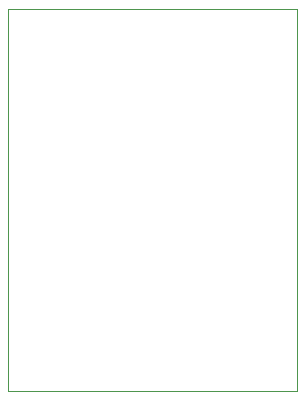
<source format=gbr>
G04 #@! TF.GenerationSoftware,KiCad,Pcbnew,5.1.5+dfsg1-2build2*
G04 #@! TF.CreationDate,2022-03-13T21:16:03-04:00*
G04 #@! TF.ProjectId,RGB_to_hdmi_adapter_coco3,5247425f-746f-45f6-9864-6d695f616461,rev?*
G04 #@! TF.SameCoordinates,Original*
G04 #@! TF.FileFunction,Profile,NP*
%FSLAX46Y46*%
G04 Gerber Fmt 4.6, Leading zero omitted, Abs format (unit mm)*
G04 Created by KiCad (PCBNEW 5.1.5+dfsg1-2build2) date 2022-03-13 21:16:03*
%MOMM*%
%LPD*%
G04 APERTURE LIST*
%ADD10C,0.050000*%
G04 APERTURE END LIST*
D10*
X146600000Y-148225000D02*
X146600000Y-115900000D01*
X122075000Y-148225000D02*
X146600000Y-148225000D01*
X122075000Y-115900000D02*
X122075000Y-148225000D01*
X146600000Y-115900000D02*
X122075000Y-115900000D01*
M02*

</source>
